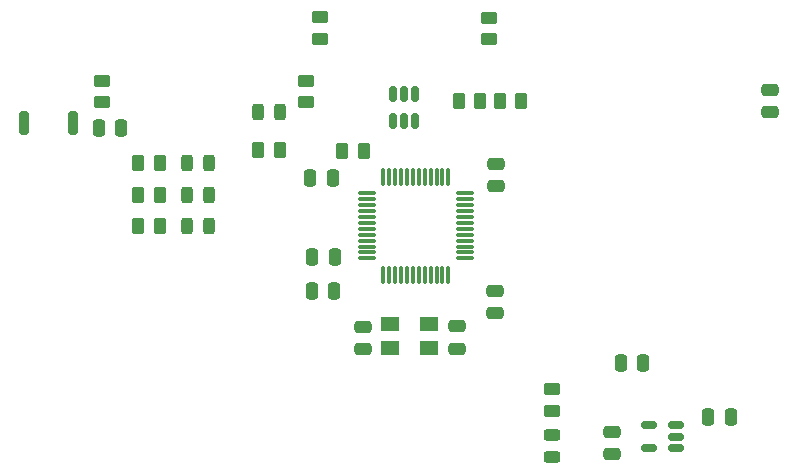
<source format=gbr>
%TF.GenerationSoftware,KiCad,Pcbnew,9.0.3*%
%TF.CreationDate,2025-07-30T22:28:19-05:00*%
%TF.ProjectId,stm32_cad,73746d33-325f-4636-9164-2e6b69636164,rev?*%
%TF.SameCoordinates,Original*%
%TF.FileFunction,Paste,Top*%
%TF.FilePolarity,Positive*%
%FSLAX46Y46*%
G04 Gerber Fmt 4.6, Leading zero omitted, Abs format (unit mm)*
G04 Created by KiCad (PCBNEW 9.0.3) date 2025-07-30 22:28:19*
%MOMM*%
%LPD*%
G01*
G04 APERTURE LIST*
G04 Aperture macros list*
%AMRoundRect*
0 Rectangle with rounded corners*
0 $1 Rounding radius*
0 $2 $3 $4 $5 $6 $7 $8 $9 X,Y pos of 4 corners*
0 Add a 4 corners polygon primitive as box body*
4,1,4,$2,$3,$4,$5,$6,$7,$8,$9,$2,$3,0*
0 Add four circle primitives for the rounded corners*
1,1,$1+$1,$2,$3*
1,1,$1+$1,$4,$5*
1,1,$1+$1,$6,$7*
1,1,$1+$1,$8,$9*
0 Add four rect primitives between the rounded corners*
20,1,$1+$1,$2,$3,$4,$5,0*
20,1,$1+$1,$4,$5,$6,$7,0*
20,1,$1+$1,$6,$7,$8,$9,0*
20,1,$1+$1,$8,$9,$2,$3,0*%
G04 Aperture macros list end*
%ADD10RoundRect,0.250000X-0.250000X-0.475000X0.250000X-0.475000X0.250000X0.475000X-0.250000X0.475000X0*%
%ADD11RoundRect,0.243750X-0.243750X-0.456250X0.243750X-0.456250X0.243750X0.456250X-0.243750X0.456250X0*%
%ADD12RoundRect,0.250000X0.262500X0.450000X-0.262500X0.450000X-0.262500X-0.450000X0.262500X-0.450000X0*%
%ADD13RoundRect,0.250000X0.475000X-0.250000X0.475000X0.250000X-0.475000X0.250000X-0.475000X-0.250000X0*%
%ADD14RoundRect,0.250000X0.250000X0.475000X-0.250000X0.475000X-0.250000X-0.475000X0.250000X-0.475000X0*%
%ADD15RoundRect,0.243750X-0.456250X0.243750X-0.456250X-0.243750X0.456250X-0.243750X0.456250X0.243750X0*%
%ADD16RoundRect,0.250000X-0.262500X-0.450000X0.262500X-0.450000X0.262500X0.450000X-0.262500X0.450000X0*%
%ADD17R,1.600000X1.300000*%
%ADD18RoundRect,0.250000X-0.450000X0.262500X-0.450000X-0.262500X0.450000X-0.262500X0.450000X0.262500X0*%
%ADD19RoundRect,0.250000X-0.475000X0.250000X-0.475000X-0.250000X0.475000X-0.250000X0.475000X0.250000X0*%
%ADD20RoundRect,0.250000X0.450000X-0.262500X0.450000X0.262500X-0.450000X0.262500X-0.450000X-0.262500X0*%
%ADD21RoundRect,0.150000X0.512500X0.150000X-0.512500X0.150000X-0.512500X-0.150000X0.512500X-0.150000X0*%
%ADD22RoundRect,0.150000X-0.150000X0.512500X-0.150000X-0.512500X0.150000X-0.512500X0.150000X0.512500X0*%
%ADD23RoundRect,0.075000X0.075000X-0.662500X0.075000X0.662500X-0.075000X0.662500X-0.075000X-0.662500X0*%
%ADD24RoundRect,0.075000X0.662500X-0.075000X0.662500X0.075000X-0.662500X0.075000X-0.662500X-0.075000X0*%
%ADD25RoundRect,0.200000X-0.200000X-0.800000X0.200000X-0.800000X0.200000X0.800000X-0.200000X0.800000X0*%
G04 APERTURE END LIST*
D10*
%TO.C,C9*%
X104400000Y-72950000D03*
X106300000Y-72950000D03*
%TD*%
D11*
%TO.C,D9*%
X117862500Y-71600000D03*
X119737500Y-71600000D03*
%TD*%
D12*
%TO.C,R3*%
X109572500Y-81250000D03*
X107747500Y-81250000D03*
%TD*%
D13*
%TO.C,C12*%
X161200000Y-71649999D03*
X161200000Y-69750001D03*
%TD*%
%TO.C,C3*%
X138075000Y-77924999D03*
X138075000Y-76025001D03*
%TD*%
D14*
%TO.C,C4*%
X124374999Y-83925000D03*
X122475001Y-83925000D03*
%TD*%
D15*
%TO.C,D2*%
X142800000Y-98950000D03*
X142800000Y-100825002D03*
%TD*%
D16*
%TO.C,R44*%
X138362500Y-70650000D03*
X140187500Y-70650000D03*
%TD*%
D17*
%TO.C,Y1*%
X129050000Y-91600000D03*
X132350000Y-91600000D03*
X132350000Y-89600000D03*
X129050000Y-89600000D03*
%TD*%
D11*
%TO.C,D3*%
X111837500Y-81250000D03*
X113712500Y-81250000D03*
%TD*%
D12*
%TO.C,R4*%
X109572500Y-78612500D03*
X107747500Y-78612500D03*
%TD*%
D18*
%TO.C,R7*%
X104700000Y-68962500D03*
X104700000Y-70787500D03*
%TD*%
D11*
%TO.C,D5*%
X111837500Y-75975000D03*
X113712500Y-75975000D03*
%TD*%
D19*
%TO.C,C6*%
X137925000Y-86750001D03*
X137925000Y-88649999D03*
%TD*%
D20*
%TO.C,R2*%
X142800000Y-96937501D03*
X142800000Y-95112501D03*
%TD*%
D12*
%TO.C,R5*%
X109572500Y-75975000D03*
X107747500Y-75975000D03*
%TD*%
D10*
%TO.C,C7*%
X156025000Y-97475000D03*
X157925000Y-97475000D03*
%TD*%
D19*
%TO.C,C11*%
X134700000Y-89750001D03*
X134700000Y-91649999D03*
%TD*%
D21*
%TO.C,U2*%
X153237500Y-100049999D03*
X153237500Y-99100000D03*
X153237500Y-98150001D03*
X150962500Y-98150001D03*
X150962500Y-100049999D03*
%TD*%
D13*
%TO.C,C8*%
X147875000Y-100599999D03*
X147875000Y-98700001D03*
%TD*%
D22*
%TO.C,U4*%
X131175000Y-70075000D03*
X130225001Y-70075000D03*
X129275002Y-70075000D03*
X129275002Y-72350000D03*
X130225001Y-72350000D03*
X131175000Y-72350000D03*
%TD*%
D23*
%TO.C,U3*%
X128500000Y-85425000D03*
X129000000Y-85425000D03*
X129500000Y-85425000D03*
X130000001Y-85425000D03*
X130500000Y-85425000D03*
X131000000Y-85425000D03*
X131500000Y-85425000D03*
X132000000Y-85425000D03*
X132499999Y-85425000D03*
X133000000Y-85425000D03*
X133500000Y-85425000D03*
X134000000Y-85425000D03*
D24*
X135412500Y-84012500D03*
X135412500Y-83512500D03*
X135412500Y-83012500D03*
X135412500Y-82512499D03*
X135412500Y-82012500D03*
X135412500Y-81512500D03*
X135412500Y-81012500D03*
X135412500Y-80512500D03*
X135412500Y-80012501D03*
X135412500Y-79512500D03*
X135412500Y-79012500D03*
X135412500Y-78512500D03*
D23*
X134000000Y-77100000D03*
X133500000Y-77100000D03*
X133000000Y-77100000D03*
X132499999Y-77100000D03*
X132000000Y-77100000D03*
X131500000Y-77100000D03*
X131000000Y-77100000D03*
X130500000Y-77100000D03*
X130000001Y-77100000D03*
X129500000Y-77100000D03*
X129000000Y-77100000D03*
X128500000Y-77100000D03*
D24*
X127087500Y-78512500D03*
X127087500Y-79012500D03*
X127087500Y-79512500D03*
X127087500Y-80012501D03*
X127087500Y-80512500D03*
X127087500Y-81012500D03*
X127087500Y-81512500D03*
X127087500Y-82012500D03*
X127087500Y-82512499D03*
X127087500Y-83012500D03*
X127087500Y-83512500D03*
X127087500Y-84012500D03*
%TD*%
D18*
%TO.C,FB3*%
X121950000Y-68962500D03*
X121950000Y-70787500D03*
%TD*%
D25*
%TO.C,SW1*%
X98050000Y-72575000D03*
X102250000Y-72575000D03*
%TD*%
D16*
%TO.C,R20*%
X125037500Y-74900000D03*
X126862500Y-74900000D03*
%TD*%
D11*
%TO.C,D4*%
X111837500Y-78612500D03*
X113712500Y-78612500D03*
%TD*%
D16*
%TO.C,R18*%
X134862500Y-70650000D03*
X136687500Y-70650000D03*
%TD*%
D14*
%TO.C,C5*%
X124324999Y-86800000D03*
X122425001Y-86800000D03*
%TD*%
D20*
%TO.C,R11*%
X137475000Y-65462500D03*
X137475000Y-63637500D03*
%TD*%
D13*
%TO.C,C10*%
X126750000Y-91699999D03*
X126750000Y-89800001D03*
%TD*%
D14*
%TO.C,C1*%
X124224999Y-77175000D03*
X122325001Y-77175000D03*
%TD*%
D16*
%TO.C,R19*%
X117887500Y-74825000D03*
X119712500Y-74825000D03*
%TD*%
D20*
%TO.C,R12*%
X123125000Y-65437500D03*
X123125000Y-63612500D03*
%TD*%
D14*
%TO.C,C13*%
X150524999Y-92900000D03*
X148625001Y-92900000D03*
%TD*%
M02*

</source>
